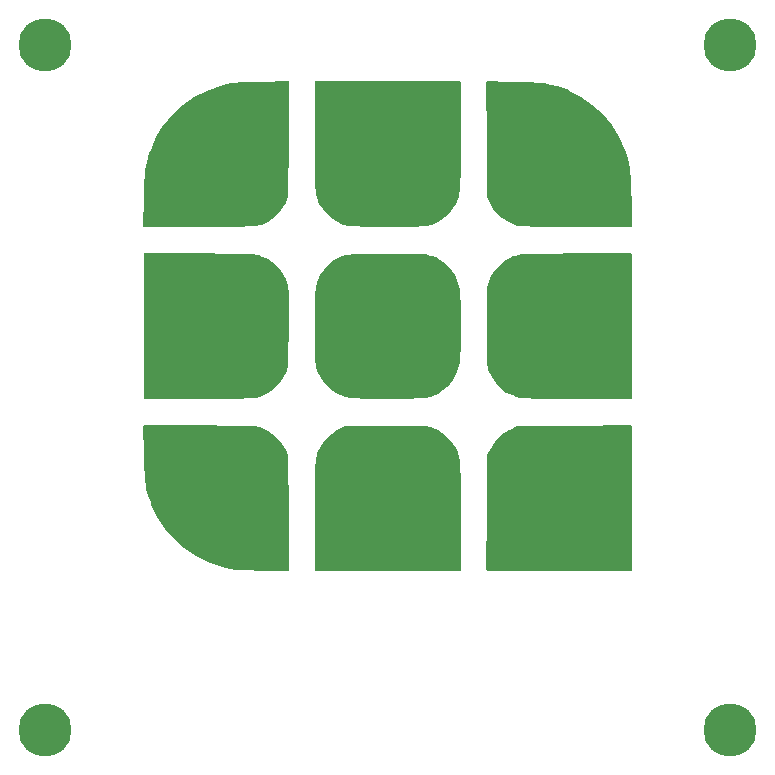
<source format=gbr>
%TF.GenerationSoftware,KiCad,Pcbnew,5.1.6-1.fc32*%
%TF.CreationDate,2020-07-09T20:52:17-05:00*%
%TF.ProjectId,case_plate,63617365-5f70-46c6-9174-652e6b696361,rev?*%
%TF.SameCoordinates,Original*%
%TF.FileFunction,Soldermask,Top*%
%TF.FilePolarity,Negative*%
%FSLAX46Y46*%
G04 Gerber Fmt 4.6, Leading zero omitted, Abs format (unit mm)*
G04 Created by KiCad (PCBNEW 5.1.6-1.fc32) date 2020-07-09 20:52:17*
%MOMM*%
%LPD*%
G01*
G04 APERTURE LIST*
%ADD10C,0.100000*%
%ADD11C,0.800000*%
%ADD12C,4.500000*%
G04 APERTURE END LIST*
D10*
%TO.C,G\u002A\u002A\u002A*%
G36*
X110597165Y-93077028D02*
G01*
X110598142Y-93077105D01*
X110607775Y-93078824D01*
X110608719Y-93079090D01*
X110617905Y-93082690D01*
X110618778Y-93083136D01*
X110627010Y-93088415D01*
X110627779Y-93089022D01*
X110634802Y-93095776D01*
X110635439Y-93096521D01*
X110641080Y-93104615D01*
X110641558Y-93105470D01*
X110645470Y-93114425D01*
X110645773Y-93115358D01*
X110647940Y-93125535D01*
X110648056Y-93126630D01*
X110648333Y-93132142D01*
X110624499Y-97989039D01*
X110600665Y-102845937D01*
X110600400Y-102850844D01*
X110600299Y-102851819D01*
X110597880Y-102862831D01*
X110597468Y-102864037D01*
X110595025Y-102869931D01*
X110364564Y-103338753D01*
X110363429Y-103340925D01*
X110363193Y-103341351D01*
X110361968Y-103343440D01*
X109957300Y-103997086D01*
X109954483Y-104001169D01*
X109953881Y-104001955D01*
X109950679Y-104005733D01*
X109440083Y-104550882D01*
X109436946Y-104553949D01*
X109436295Y-104554532D01*
X109432921Y-104557299D01*
X109055236Y-104840291D01*
X109053714Y-104841387D01*
X109053389Y-104841612D01*
X109051657Y-104842759D01*
X108873291Y-104955577D01*
X108872453Y-104956095D01*
X108872301Y-104956187D01*
X108871621Y-104956591D01*
X108706968Y-105052722D01*
X108705343Y-105053631D01*
X108705014Y-105053807D01*
X108703354Y-105054656D01*
X108537782Y-105135438D01*
X108535433Y-105136509D01*
X108534970Y-105136706D01*
X108532688Y-105137612D01*
X108351565Y-105204378D01*
X108349201Y-105205183D01*
X108348712Y-105205336D01*
X108346180Y-105206055D01*
X108134873Y-105260141D01*
X108132799Y-105260626D01*
X108132382Y-105260714D01*
X108130288Y-105261109D01*
X107874166Y-105303850D01*
X107872555Y-105304092D01*
X107872248Y-105304133D01*
X107870787Y-105304306D01*
X107555216Y-105337038D01*
X107554131Y-105337139D01*
X107553923Y-105337156D01*
X107552931Y-105337227D01*
X107163279Y-105361285D01*
X107162826Y-105361311D01*
X107162693Y-105361318D01*
X107161812Y-105361356D01*
X106683448Y-105378076D01*
X106682905Y-105378092D01*
X106682822Y-105378094D01*
X106682539Y-105378101D01*
X106100829Y-105388817D01*
X106100291Y-105388824D01*
X105400604Y-105394872D01*
X105400308Y-105394873D01*
X105400308Y-105394874D01*
X104568010Y-105397589D01*
X104567872Y-105397589D01*
X103588333Y-105398306D01*
X103588294Y-105398306D01*
X103027607Y-105398334D01*
X98376612Y-105398334D01*
X98371713Y-105398093D01*
X98370738Y-105397997D01*
X98361101Y-105396078D01*
X98360163Y-105395793D01*
X98351143Y-105392057D01*
X98350278Y-105391595D01*
X98342122Y-105386148D01*
X98341365Y-105385527D01*
X98334425Y-105378587D01*
X98333803Y-105377829D01*
X98328363Y-105369689D01*
X98327901Y-105368825D01*
X98324153Y-105359784D01*
X98323868Y-105358846D01*
X98321903Y-105348720D01*
X98321808Y-105347647D01*
X98321622Y-105342268D01*
X98366339Y-103035101D01*
X98366340Y-103035101D01*
X98366342Y-103034947D01*
X98383606Y-102256824D01*
X98383624Y-102256223D01*
X98383623Y-102256223D01*
X98404717Y-101619336D01*
X98404743Y-101618679D01*
X98404748Y-101618571D01*
X98404770Y-101618140D01*
X98433542Y-101094395D01*
X98433593Y-101093595D01*
X98433606Y-101093412D01*
X98433690Y-101092381D01*
X98473991Y-100653681D01*
X98474120Y-100652446D01*
X98474151Y-100652181D01*
X98474335Y-100650774D01*
X98530012Y-100269022D01*
X98530283Y-100267362D01*
X98530340Y-100267046D01*
X98530636Y-100265541D01*
X98605538Y-99912641D01*
X98605885Y-99911122D01*
X98605959Y-99910820D01*
X98606352Y-99909317D01*
X98704330Y-99557174D01*
X98704674Y-99555993D01*
X98704742Y-99555770D01*
X98705074Y-99554722D01*
X98829974Y-99175238D01*
X98830163Y-99174676D01*
X98830201Y-99174565D01*
X98830393Y-99174015D01*
X98937248Y-98873350D01*
X98937893Y-98871636D01*
X98938036Y-98871276D01*
X98938826Y-98869399D01*
X99410957Y-97808877D01*
X99412513Y-97805690D01*
X99412843Y-97805071D01*
X99414584Y-97802063D01*
X100029155Y-96820276D01*
X100031064Y-96817446D01*
X100031463Y-96816896D01*
X100033542Y-96814225D01*
X100777805Y-95922156D01*
X100779984Y-95919712D01*
X100780440Y-95919233D01*
X100782823Y-95916891D01*
X101644029Y-95125521D01*
X101646531Y-95123370D01*
X101647036Y-95122964D01*
X101649581Y-95121048D01*
X102614983Y-94441361D01*
X102617654Y-94439606D01*
X102618201Y-94439271D01*
X102621001Y-94437678D01*
X103677848Y-93880658D01*
X103680695Y-93879271D01*
X103681279Y-93879009D01*
X103684278Y-93877778D01*
X104819824Y-93454406D01*
X104822045Y-93453637D01*
X104822501Y-93453491D01*
X104824841Y-93452804D01*
X105407042Y-93297254D01*
X105409270Y-93296714D01*
X105409700Y-93296620D01*
X105411768Y-93296213D01*
X105683447Y-93248723D01*
X105685147Y-93248456D01*
X105685491Y-93248408D01*
X105687226Y-93248196D01*
X106069176Y-93208453D01*
X106069964Y-93208378D01*
X106070157Y-93208361D01*
X106071306Y-93208273D01*
X106577272Y-93175441D01*
X106577927Y-93175403D01*
X106578043Y-93175397D01*
X106578550Y-93175373D01*
X107222279Y-93148617D01*
X107222986Y-93148593D01*
X107223059Y-93148591D01*
X107223076Y-93148590D01*
X108018313Y-93127077D01*
X108018313Y-93127078D01*
X108018667Y-93127069D01*
X108282367Y-93121638D01*
X108282434Y-93121637D01*
X108282434Y-93121636D01*
X110592268Y-93076882D01*
X110597165Y-93077028D01*
G37*
G36*
X125155565Y-93096575D02*
G01*
X125156540Y-93096671D01*
X125166177Y-93098590D01*
X125167115Y-93098875D01*
X125176135Y-93102611D01*
X125177000Y-93103073D01*
X125185131Y-93108500D01*
X125185889Y-93109121D01*
X125192879Y-93116111D01*
X125193500Y-93116869D01*
X125198927Y-93125000D01*
X125199389Y-93125865D01*
X125203125Y-93134885D01*
X125203410Y-93135823D01*
X125205330Y-93145470D01*
X125205426Y-93146447D01*
X125205666Y-93151353D01*
X125204196Y-97575186D01*
X125204196Y-97575228D01*
X125203022Y-98642415D01*
X125203022Y-98642562D01*
X125199581Y-99555127D01*
X125199580Y-99555127D01*
X125199579Y-99555398D01*
X125192851Y-100328047D01*
X125192843Y-100328505D01*
X125192845Y-100328505D01*
X125181808Y-100975945D01*
X125181807Y-100975945D01*
X125181791Y-100976683D01*
X125165423Y-101513620D01*
X125165389Y-101514475D01*
X125165384Y-101514580D01*
X125165375Y-101514774D01*
X125142654Y-101955915D01*
X125142621Y-101956481D01*
X125142611Y-101956640D01*
X125142536Y-101957667D01*
X125112440Y-102317718D01*
X125112331Y-102318865D01*
X125112306Y-102319099D01*
X125112165Y-102320285D01*
X125073674Y-102613954D01*
X125073430Y-102615601D01*
X125073377Y-102615922D01*
X125073093Y-102617488D01*
X125025183Y-102859480D01*
X125024741Y-102861493D01*
X125024645Y-102861891D01*
X125024129Y-102863853D01*
X124965781Y-103068874D01*
X124965137Y-103070965D01*
X124964999Y-103071380D01*
X124964261Y-103073445D01*
X124894451Y-103256204D01*
X124893776Y-103257879D01*
X124893631Y-103258221D01*
X124892854Y-103259961D01*
X124810561Y-103435162D01*
X124810088Y-103436142D01*
X124810016Y-103436287D01*
X124809777Y-103436762D01*
X124790022Y-103475507D01*
X124788630Y-103478052D01*
X124788335Y-103478556D01*
X124786777Y-103481047D01*
X124390490Y-104075075D01*
X124387456Y-104079157D01*
X124386808Y-104079942D01*
X124383361Y-104083708D01*
X123860216Y-104599763D01*
X123856635Y-104602971D01*
X123855888Y-104603578D01*
X123851996Y-104606440D01*
X123237705Y-105013935D01*
X123233947Y-105016197D01*
X123233180Y-105016614D01*
X123229264Y-105018526D01*
X122744942Y-105229477D01*
X122742575Y-105230438D01*
X122742091Y-105230620D01*
X122739620Y-105231476D01*
X122607142Y-105273529D01*
X122605463Y-105274029D01*
X122605130Y-105274122D01*
X122603481Y-105274553D01*
X122462785Y-105308721D01*
X122460890Y-105309142D01*
X122460509Y-105309219D01*
X122458594Y-105309567D01*
X122291492Y-105336617D01*
X122289860Y-105336854D01*
X122289548Y-105336894D01*
X122288056Y-105337063D01*
X122076361Y-105357764D01*
X122075258Y-105357859D01*
X122075046Y-105357875D01*
X122074033Y-105357941D01*
X121799556Y-105373061D01*
X121799111Y-105373084D01*
X121798981Y-105373090D01*
X121798125Y-105373122D01*
X121442680Y-105383427D01*
X121442546Y-105383431D01*
X121442470Y-105383433D01*
X121441843Y-105383445D01*
X120987241Y-105389705D01*
X120986771Y-105389708D01*
X120986771Y-105389709D01*
X120414825Y-105392690D01*
X120414574Y-105392691D01*
X119707097Y-105393162D01*
X119706984Y-105393162D01*
X118977835Y-105392147D01*
X118977768Y-105392147D01*
X118135980Y-105389945D01*
X118135835Y-105389944D01*
X117445436Y-105386306D01*
X117445146Y-105386304D01*
X116888191Y-105380443D01*
X116887653Y-105380435D01*
X116887606Y-105380434D01*
X116446212Y-105371561D01*
X116446027Y-105371557D01*
X116445943Y-105371555D01*
X116445291Y-105371535D01*
X116101394Y-105358858D01*
X116100424Y-105358813D01*
X116100282Y-105358805D01*
X116099834Y-105358778D01*
X115835550Y-105341511D01*
X115834460Y-105341427D01*
X115834231Y-105341407D01*
X115833027Y-105341288D01*
X115630414Y-105318640D01*
X115628774Y-105318429D01*
X115628437Y-105318380D01*
X115626708Y-105318097D01*
X115467819Y-105289279D01*
X115465806Y-105288871D01*
X115465400Y-105288780D01*
X115463358Y-105288277D01*
X115330252Y-105252501D01*
X115328652Y-105252043D01*
X115328360Y-105251954D01*
X115327034Y-105251529D01*
X115251466Y-105226176D01*
X115248515Y-105225082D01*
X115247928Y-105224843D01*
X115245016Y-105223547D01*
X114606498Y-104914772D01*
X114602224Y-104912442D01*
X114601393Y-104911935D01*
X114597352Y-104909190D01*
X114014883Y-104470470D01*
X114011286Y-104467488D01*
X114010598Y-104466861D01*
X114007316Y-104463578D01*
X113520787Y-103929543D01*
X113517952Y-103926140D01*
X113517415Y-103925434D01*
X113514879Y-103921772D01*
X113237076Y-103479793D01*
X113235679Y-103477428D01*
X113235414Y-103476950D01*
X113234159Y-103474534D01*
X113149001Y-103299026D01*
X113148294Y-103297506D01*
X113148154Y-103297191D01*
X113147467Y-103295567D01*
X113075016Y-103115717D01*
X113074257Y-103113711D01*
X113074113Y-103113304D01*
X113073432Y-103111236D01*
X113012665Y-102912337D01*
X113012090Y-102910301D01*
X113011984Y-102909893D01*
X113011498Y-102907847D01*
X112961393Y-102675194D01*
X112961053Y-102673472D01*
X112960992Y-102673131D01*
X112960721Y-102671449D01*
X112920258Y-102390335D01*
X112920101Y-102389146D01*
X112920071Y-102388895D01*
X112919931Y-102387566D01*
X112888087Y-102043283D01*
X112888013Y-102042403D01*
X112888000Y-102042229D01*
X112887943Y-102041371D01*
X112863697Y-101619214D01*
X112863662Y-101618519D01*
X112863657Y-101618404D01*
X112863639Y-101617947D01*
X112845969Y-101103210D01*
X112845958Y-101102828D01*
X112845956Y-101102753D01*
X112845947Y-101102394D01*
X112833832Y-100480368D01*
X112833833Y-100480368D01*
X112833825Y-100479858D01*
X112826242Y-99735839D01*
X112826239Y-99735329D01*
X112826239Y-99735301D01*
X112822168Y-98854812D01*
X112822167Y-98854581D01*
X112822167Y-98854566D01*
X112820585Y-97822516D01*
X112820585Y-97822433D01*
X112820470Y-97575192D01*
X112820470Y-97575186D01*
X112819000Y-93151353D01*
X112819241Y-93146437D01*
X112819337Y-93145462D01*
X112821241Y-93135872D01*
X112821525Y-93134934D01*
X112825255Y-93125907D01*
X112825716Y-93125042D01*
X112831189Y-93116841D01*
X112831811Y-93116083D01*
X112838721Y-93109168D01*
X112839478Y-93108546D01*
X112847603Y-93103107D01*
X112848467Y-93102644D01*
X112857595Y-93098860D01*
X112858533Y-93098576D01*
X112868087Y-93096675D01*
X112869065Y-93096578D01*
X112874000Y-93096334D01*
X125150666Y-93096334D01*
X125155565Y-93096575D01*
G37*
G36*
X129317925Y-93098948D02*
G01*
X129318373Y-93098950D01*
X130253626Y-93107861D01*
X130254400Y-93107875D01*
X130254520Y-93107878D01*
X130254953Y-93107890D01*
X131049405Y-93134639D01*
X131050364Y-93134681D01*
X131050553Y-93134691D01*
X131051483Y-93134749D01*
X131733118Y-93183576D01*
X131734374Y-93183682D01*
X131734642Y-93183708D01*
X131736060Y-93183866D01*
X132332862Y-93259009D01*
X132334550Y-93259250D01*
X132334886Y-93259304D01*
X132336558Y-93259602D01*
X132876511Y-93365304D01*
X132878402Y-93365713D01*
X132878766Y-93365799D01*
X132880522Y-93366248D01*
X133391611Y-93506747D01*
X133393182Y-93507206D01*
X133393517Y-93507310D01*
X133395290Y-93507897D01*
X133905500Y-93687434D01*
X133906744Y-93687891D01*
X133906977Y-93687980D01*
X133908063Y-93688409D01*
X134323554Y-93858333D01*
X134325609Y-93859227D01*
X134326007Y-93859411D01*
X134327938Y-93860355D01*
X135369588Y-94397421D01*
X135372561Y-94399084D01*
X135373146Y-94399438D01*
X135376018Y-94401314D01*
X136337420Y-95077281D01*
X136340072Y-95079280D01*
X136340586Y-95079695D01*
X136343076Y-95081845D01*
X137208287Y-95879896D01*
X137210612Y-95882185D01*
X137211062Y-95882658D01*
X137213242Y-95885105D01*
X137966323Y-96788427D01*
X137968348Y-96791026D01*
X137968738Y-96791562D01*
X137970609Y-96794322D01*
X138595617Y-97786098D01*
X138597333Y-97789038D01*
X138597659Y-97789643D01*
X138599199Y-97792755D01*
X139080193Y-98856170D01*
X139080926Y-98857876D01*
X139081064Y-98858214D01*
X139081712Y-98859885D01*
X139091857Y-98887524D01*
X139092070Y-98888117D01*
X139237018Y-99297453D01*
X139237230Y-99298064D01*
X139237284Y-99298223D01*
X139237605Y-99299201D01*
X139353243Y-99664208D01*
X139353640Y-99665524D01*
X139353714Y-99665782D01*
X139354060Y-99667050D01*
X139444190Y-100015613D01*
X139444580Y-100017235D01*
X139444651Y-100017553D01*
X139444974Y-100019112D01*
X139513399Y-100379115D01*
X139513674Y-100380703D01*
X139513722Y-100381009D01*
X139513931Y-100382481D01*
X139564453Y-100781812D01*
X139564577Y-100782886D01*
X139564602Y-100783125D01*
X139564721Y-100784436D01*
X139601142Y-101250978D01*
X139601193Y-101251691D01*
X139601203Y-101251848D01*
X139601250Y-101252703D01*
X139627372Y-101814342D01*
X139627398Y-101814981D01*
X139627401Y-101815070D01*
X139627408Y-101815321D01*
X139647035Y-102499943D01*
X139647039Y-102500061D01*
X139647040Y-102500099D01*
X139647046Y-102500359D01*
X139658325Y-103035007D01*
X139658326Y-103035101D01*
X139658327Y-103035101D01*
X139703044Y-105342268D01*
X139702898Y-105347165D01*
X139702821Y-105348142D01*
X139701102Y-105357775D01*
X139700836Y-105358719D01*
X139697236Y-105367905D01*
X139696790Y-105368778D01*
X139691511Y-105377010D01*
X139690904Y-105377779D01*
X139684150Y-105384802D01*
X139683405Y-105385439D01*
X139675311Y-105391080D01*
X139674456Y-105391558D01*
X139665501Y-105395470D01*
X139664568Y-105395773D01*
X139654498Y-105397928D01*
X139653425Y-105398044D01*
X139648022Y-105398334D01*
X134960495Y-105395569D01*
X134960473Y-105395569D01*
X133938752Y-105394568D01*
X133938681Y-105394568D01*
X133072029Y-105392588D01*
X133071898Y-105392587D01*
X132346267Y-105389212D01*
X132346265Y-105389212D01*
X132345832Y-105389210D01*
X131746530Y-105384021D01*
X131746168Y-105384014D01*
X131746168Y-105384016D01*
X131259146Y-105376596D01*
X131258965Y-105376593D01*
X131258912Y-105376592D01*
X131258561Y-105376584D01*
X130869557Y-105366517D01*
X130869108Y-105366504D01*
X130869022Y-105366501D01*
X130868616Y-105366485D01*
X130563365Y-105353353D01*
X130562944Y-105353333D01*
X130562808Y-105353326D01*
X130561863Y-105353268D01*
X130326104Y-105336654D01*
X130324945Y-105336559D01*
X130324732Y-105336539D01*
X130323761Y-105336438D01*
X130143229Y-105315925D01*
X130141736Y-105315733D01*
X130141424Y-105315688D01*
X130139804Y-105315427D01*
X130000238Y-105290597D01*
X129998255Y-105290203D01*
X129997864Y-105290117D01*
X129995935Y-105289652D01*
X129883071Y-105260088D01*
X129881542Y-105259662D01*
X129881255Y-105259577D01*
X129879911Y-105259158D01*
X129831464Y-105243313D01*
X129828854Y-105242378D01*
X129828333Y-105242175D01*
X129825732Y-105241076D01*
X129094727Y-104907570D01*
X129090051Y-104905131D01*
X129089147Y-104904597D01*
X129084784Y-104901702D01*
X128471203Y-104446460D01*
X128466953Y-104442925D01*
X128466143Y-104442172D01*
X128462295Y-104438175D01*
X127963642Y-103859010D01*
X127960828Y-103855423D01*
X127960298Y-103854680D01*
X127957813Y-103850835D01*
X127665425Y-103349541D01*
X127664587Y-103348047D01*
X127664418Y-103347733D01*
X127663569Y-103346083D01*
X127429635Y-102869919D01*
X127427691Y-102865417D01*
X127427347Y-102864499D01*
X127424605Y-102853552D01*
X127424437Y-102852290D01*
X127424001Y-102845938D01*
X127400183Y-97998771D01*
X127376365Y-93151605D01*
X127376580Y-93146717D01*
X127376671Y-93145741D01*
X127378536Y-93136109D01*
X127378816Y-93135169D01*
X127382536Y-93126067D01*
X127382994Y-93125201D01*
X127388380Y-93117057D01*
X127388998Y-93116296D01*
X127395897Y-93109326D01*
X127396652Y-93108700D01*
X127404788Y-93103206D01*
X127405650Y-93102740D01*
X127414677Y-93098949D01*
X127415613Y-93098660D01*
X127425374Y-93096685D01*
X127426381Y-93096584D01*
X127431440Y-93096334D01*
X129317925Y-93098948D01*
G37*
G36*
X139633559Y-107659240D02*
G01*
X139634535Y-107659336D01*
X139644130Y-107661241D01*
X139645068Y-107661525D01*
X139654156Y-107665288D01*
X139655020Y-107665750D01*
X139663160Y-107671190D01*
X139663918Y-107671812D01*
X139670853Y-107678747D01*
X139671475Y-107679505D01*
X139676915Y-107687645D01*
X139677377Y-107688509D01*
X139681125Y-107697550D01*
X139681410Y-107698488D01*
X139683330Y-107708130D01*
X139683426Y-107709106D01*
X139683666Y-107714000D01*
X139683666Y-119906000D01*
X139683425Y-119910899D01*
X139683329Y-119911874D01*
X139681410Y-119921511D01*
X139681125Y-119922449D01*
X139677389Y-119931469D01*
X139676927Y-119932334D01*
X139671500Y-119940465D01*
X139670879Y-119941223D01*
X139663889Y-119948213D01*
X139663131Y-119948834D01*
X139655000Y-119954261D01*
X139654135Y-119954723D01*
X139645115Y-119958459D01*
X139644177Y-119958744D01*
X139634530Y-119960664D01*
X139633553Y-119960760D01*
X139628640Y-119961000D01*
X134993140Y-119958814D01*
X134993134Y-119958814D01*
X133989471Y-119958213D01*
X133989428Y-119958213D01*
X133140260Y-119957064D01*
X133140161Y-119957064D01*
X132430653Y-119954816D01*
X132430461Y-119954815D01*
X131845776Y-119950916D01*
X131845776Y-119950915D01*
X131845435Y-119950913D01*
X131370734Y-119944810D01*
X131370434Y-119944805D01*
X131370381Y-119944804D01*
X131370158Y-119944799D01*
X130990605Y-119935942D01*
X130990028Y-119935926D01*
X130989942Y-119935923D01*
X130989654Y-119935912D01*
X130690413Y-119923749D01*
X130689571Y-119923707D01*
X130689432Y-119923699D01*
X130688886Y-119923665D01*
X130455119Y-119907642D01*
X130454075Y-119907559D01*
X130453863Y-119907540D01*
X130452782Y-119907432D01*
X130269651Y-119886999D01*
X130268147Y-119886808D01*
X130267852Y-119886766D01*
X130266407Y-119886538D01*
X130119077Y-119861142D01*
X130117459Y-119860836D01*
X130117120Y-119860766D01*
X130115351Y-119860367D01*
X129988983Y-119829457D01*
X129987534Y-119829080D01*
X129987252Y-119829002D01*
X129985884Y-119828602D01*
X129865643Y-119791625D01*
X129865101Y-119791455D01*
X129864976Y-119791415D01*
X129864267Y-119791182D01*
X129779491Y-119762652D01*
X129777070Y-119761767D01*
X129776589Y-119761577D01*
X129774200Y-119760561D01*
X129071207Y-119439756D01*
X129066335Y-119437200D01*
X129065397Y-119436640D01*
X129060883Y-119433600D01*
X128470839Y-118987728D01*
X128466521Y-118984064D01*
X128465700Y-118983283D01*
X128461814Y-118979140D01*
X127981765Y-118405373D01*
X127978629Y-118401200D01*
X127978045Y-118400332D01*
X127975341Y-118395818D01*
X127602331Y-117691327D01*
X127601264Y-117689189D01*
X127601062Y-117688759D01*
X127600110Y-117686603D01*
X127592989Y-117669379D01*
X127592772Y-117668846D01*
X127592754Y-117668801D01*
X127592755Y-117668801D01*
X127541783Y-117542034D01*
X127541348Y-117540915D01*
X127541263Y-117540688D01*
X127540849Y-117539539D01*
X127499189Y-117419429D01*
X127498537Y-117417411D01*
X127498414Y-117417001D01*
X127497838Y-117414919D01*
X127464575Y-117283688D01*
X127464066Y-117281470D01*
X127463977Y-117281037D01*
X127463589Y-117278922D01*
X127437780Y-117118706D01*
X127437542Y-117117048D01*
X127437500Y-117116717D01*
X127437318Y-117115064D01*
X127418015Y-116907999D01*
X127417941Y-116907121D01*
X127417925Y-116906909D01*
X127417847Y-116905670D01*
X127404108Y-116633895D01*
X127404070Y-116632996D01*
X127404066Y-116632873D01*
X127404057Y-116632535D01*
X127394934Y-116278186D01*
X127394919Y-116277429D01*
X127389467Y-115822643D01*
X127389463Y-115822044D01*
X127389463Y-115822008D01*
X127386739Y-115249160D01*
X127386738Y-115248922D01*
X127386738Y-115248905D01*
X127385794Y-114539723D01*
X127385794Y-114539650D01*
X127385685Y-113810008D01*
X127385685Y-113809989D01*
X127385856Y-112969845D01*
X127385856Y-112969765D01*
X127386997Y-112281092D01*
X127386998Y-112280880D01*
X127390055Y-111725814D01*
X127390056Y-111725814D01*
X127390059Y-111725376D01*
X127395978Y-111286054D01*
X127395991Y-111285395D01*
X127395993Y-111285320D01*
X127395995Y-111285229D01*
X127405720Y-110943788D01*
X127405750Y-110942975D01*
X127405756Y-110942841D01*
X127405783Y-110942313D01*
X127420261Y-110680891D01*
X127420322Y-110679938D01*
X127420339Y-110679710D01*
X127420455Y-110678391D01*
X127440630Y-110479124D01*
X127440842Y-110477348D01*
X127440890Y-110476999D01*
X127441156Y-110475286D01*
X127467974Y-110320312D01*
X127468414Y-110318074D01*
X127468511Y-110317634D01*
X127469039Y-110315470D01*
X127503445Y-110186925D01*
X127504004Y-110184995D01*
X127504126Y-110184603D01*
X127504791Y-110182613D01*
X127547731Y-110062634D01*
X127548133Y-110061550D01*
X127548206Y-110061360D01*
X127548528Y-110060544D01*
X127592830Y-109951011D01*
X127593480Y-109949479D01*
X127593622Y-109949159D01*
X127594398Y-109947493D01*
X127883019Y-109356650D01*
X127885091Y-109352837D01*
X127885537Y-109352095D01*
X127887924Y-109348487D01*
X128231179Y-108875501D01*
X128234236Y-108871695D01*
X128234878Y-108870971D01*
X128238235Y-108867532D01*
X128674560Y-108461706D01*
X128676416Y-108460065D01*
X128676795Y-108459746D01*
X128678728Y-108458199D01*
X128787295Y-108375644D01*
X128787396Y-108375567D01*
X128787474Y-108375508D01*
X128788162Y-108374997D01*
X128985625Y-108230888D01*
X128986427Y-108230314D01*
X128986567Y-108230216D01*
X128987156Y-108229811D01*
X129168348Y-108106800D01*
X129169907Y-108105782D01*
X129170217Y-108105588D01*
X129171762Y-108104660D01*
X129351367Y-108001077D01*
X129353679Y-107999823D01*
X129354143Y-107999587D01*
X129356468Y-107998479D01*
X129549168Y-107912654D01*
X129551741Y-107911593D01*
X129552267Y-107911393D01*
X129554959Y-107910457D01*
X129775438Y-107840721D01*
X129777796Y-107840038D01*
X129778275Y-107839912D01*
X129780701Y-107839338D01*
X130043642Y-107784021D01*
X130045543Y-107783659D01*
X130045913Y-107783596D01*
X130047714Y-107783323D01*
X130367800Y-107740754D01*
X130369018Y-107740608D01*
X130369277Y-107740580D01*
X130370646Y-107740451D01*
X130762560Y-107708961D01*
X130763317Y-107708906D01*
X130763486Y-107708895D01*
X130764429Y-107708842D01*
X131242854Y-107686761D01*
X131243758Y-107686728D01*
X131243865Y-107686725D01*
X131244029Y-107686720D01*
X131823648Y-107672378D01*
X131823648Y-107672380D01*
X131824355Y-107672365D01*
X132519852Y-107664093D01*
X132520249Y-107664090D01*
X132520412Y-107664089D01*
X132520462Y-107664089D01*
X133346306Y-107660216D01*
X133346498Y-107660215D01*
X134317798Y-107659071D01*
X134317857Y-107659071D01*
X135023245Y-107659000D01*
X139628665Y-107659000D01*
X139633559Y-107659240D01*
G37*
G36*
X104005953Y-107659258D02*
G01*
X104006010Y-107659258D01*
X104856127Y-107660360D01*
X104856245Y-107660360D01*
X105566877Y-107662799D01*
X105567088Y-107662800D01*
X106153161Y-107667068D01*
X106153161Y-107667069D01*
X106153522Y-107667072D01*
X106629959Y-107673662D01*
X106630553Y-107673677D01*
X106630553Y-107673674D01*
X107012224Y-107683078D01*
X107012284Y-107683079D01*
X107013238Y-107683110D01*
X107315178Y-107695823D01*
X107315990Y-107695864D01*
X107316127Y-107695872D01*
X107316686Y-107695908D01*
X107553765Y-107712422D01*
X107554905Y-107712514D01*
X107555110Y-107712533D01*
X107556021Y-107712626D01*
X107743162Y-107733432D01*
X107744433Y-107733590D01*
X107744710Y-107733628D01*
X107746209Y-107733857D01*
X107898338Y-107759449D01*
X107899879Y-107759733D01*
X107900188Y-107759795D01*
X107901735Y-107760131D01*
X108033774Y-107791002D01*
X108035020Y-107791310D01*
X108035269Y-107791375D01*
X108036513Y-107791717D01*
X108163389Y-107828358D01*
X108164141Y-107828582D01*
X108164226Y-107828608D01*
X108164319Y-107828636D01*
X108174186Y-107831675D01*
X108176774Y-107832551D01*
X108177289Y-107832741D01*
X108179856Y-107833769D01*
X108871673Y-108133424D01*
X108876558Y-108135865D01*
X108877509Y-108136407D01*
X108882131Y-108139390D01*
X109485152Y-108577309D01*
X109489346Y-108580714D01*
X109490145Y-108581438D01*
X109493941Y-108585271D01*
X109993856Y-109147647D01*
X109997124Y-109151736D01*
X109997734Y-109152587D01*
X110000566Y-109157012D01*
X110383061Y-109830035D01*
X110384585Y-109832934D01*
X110384869Y-109833520D01*
X110386187Y-109836480D01*
X110471677Y-110046564D01*
X110472110Y-110047664D01*
X110472192Y-110047880D01*
X110472579Y-110048936D01*
X110516184Y-110172075D01*
X110516700Y-110173611D01*
X110516797Y-110173916D01*
X110517254Y-110175434D01*
X110552735Y-110300604D01*
X110553259Y-110302611D01*
X110553358Y-110303025D01*
X110553818Y-110305152D01*
X110581860Y-110450023D01*
X110582188Y-110451912D01*
X110582245Y-110452282D01*
X110582490Y-110454094D01*
X110603778Y-110636335D01*
X110603904Y-110637540D01*
X110603928Y-110637800D01*
X110604037Y-110639196D01*
X110619255Y-110876478D01*
X110619311Y-110877506D01*
X110619318Y-110877667D01*
X110619340Y-110878254D01*
X110629173Y-111188244D01*
X110629173Y-111188251D01*
X110629176Y-111188346D01*
X110629197Y-111189283D01*
X110634331Y-111589653D01*
X110634335Y-111590294D01*
X110634335Y-111590347D01*
X110635454Y-112098654D01*
X110635454Y-112098966D01*
X110633243Y-112733102D01*
X110633242Y-112733102D01*
X110633242Y-112733254D01*
X110628386Y-113510776D01*
X110628386Y-113510826D01*
X110625399Y-113928935D01*
X110625399Y-113928958D01*
X110618989Y-114777015D01*
X110618988Y-114777015D01*
X110618988Y-114777101D01*
X110612639Y-115473241D01*
X110612638Y-115473241D01*
X110612637Y-115473453D01*
X110605350Y-116035090D01*
X110605338Y-116035723D01*
X110605337Y-116035762D01*
X110596117Y-116480064D01*
X110596109Y-116480415D01*
X110596107Y-116480487D01*
X110596095Y-116480861D01*
X110583932Y-116825734D01*
X110583910Y-116826277D01*
X110583904Y-116826407D01*
X110583863Y-116827162D01*
X110567763Y-117089772D01*
X110567676Y-117090957D01*
X110567657Y-117091180D01*
X110567558Y-117092224D01*
X110546522Y-117289985D01*
X110546291Y-117291826D01*
X110546240Y-117292180D01*
X110545965Y-117293880D01*
X110518992Y-117444207D01*
X110518523Y-117446507D01*
X110518415Y-117446980D01*
X110517795Y-117449414D01*
X110483887Y-117569720D01*
X110483186Y-117571999D01*
X110483034Y-117572454D01*
X110482216Y-117574719D01*
X110440372Y-117682417D01*
X110439844Y-117683721D01*
X110439745Y-117683956D01*
X110439290Y-117685003D01*
X110401396Y-117769505D01*
X110400318Y-117771757D01*
X110400085Y-117772214D01*
X110398826Y-117774529D01*
X109994418Y-118474027D01*
X109991613Y-118478349D01*
X109991012Y-118479178D01*
X109987808Y-118483153D01*
X109478977Y-119052346D01*
X109475078Y-119056251D01*
X109474256Y-119056988D01*
X109469935Y-119060450D01*
X108861621Y-119494860D01*
X108857014Y-119497784D01*
X108856065Y-119498316D01*
X108851184Y-119500713D01*
X108179522Y-119786374D01*
X108176802Y-119787439D01*
X108176246Y-119787638D01*
X108173408Y-119788559D01*
X108046314Y-119825660D01*
X108044998Y-119826025D01*
X108044758Y-119826088D01*
X108043670Y-119826360D01*
X107912548Y-119857653D01*
X107911113Y-119857973D01*
X107910805Y-119858037D01*
X107909161Y-119858350D01*
X107759086Y-119884326D01*
X107757580Y-119884563D01*
X107757298Y-119884603D01*
X107755988Y-119884772D01*
X107572036Y-119905926D01*
X107571042Y-119906030D01*
X107570831Y-119906050D01*
X107569717Y-119906143D01*
X107336964Y-119922965D01*
X107336192Y-119923015D01*
X107336051Y-119923023D01*
X107335407Y-119923055D01*
X107038927Y-119936040D01*
X107038386Y-119936061D01*
X107038295Y-119936064D01*
X107037932Y-119936074D01*
X106662802Y-119945714D01*
X106662411Y-119945723D01*
X106662355Y-119945724D01*
X106662186Y-119945727D01*
X106193481Y-119952514D01*
X106193481Y-119952512D01*
X106193107Y-119952519D01*
X105615902Y-119956947D01*
X105615681Y-119956948D01*
X104915052Y-119959508D01*
X104914929Y-119959508D01*
X104075953Y-119960694D01*
X104075892Y-119960694D01*
X103083642Y-119960999D01*
X103083625Y-119960999D01*
X103001414Y-119961000D01*
X98396000Y-119961000D01*
X98391101Y-119960759D01*
X98390126Y-119960663D01*
X98380489Y-119958744D01*
X98379551Y-119958459D01*
X98370531Y-119954723D01*
X98369666Y-119954261D01*
X98361510Y-119948814D01*
X98360753Y-119948193D01*
X98353813Y-119941253D01*
X98353191Y-119940495D01*
X98347739Y-119932334D01*
X98347277Y-119931469D01*
X98343545Y-119922463D01*
X98343260Y-119921526D01*
X98341336Y-119911870D01*
X98341240Y-119910894D01*
X98341000Y-119906000D01*
X98341000Y-107714000D01*
X98341241Y-107709101D01*
X98341337Y-107708126D01*
X98343256Y-107698489D01*
X98343541Y-107697551D01*
X98347277Y-107688531D01*
X98347739Y-107687666D01*
X98353166Y-107679535D01*
X98353787Y-107678777D01*
X98360777Y-107671787D01*
X98361535Y-107671166D01*
X98369666Y-107665739D01*
X98370531Y-107665277D01*
X98379551Y-107661541D01*
X98380489Y-107661256D01*
X98390126Y-107659337D01*
X98391101Y-107659241D01*
X98396000Y-107659000D01*
X103001428Y-107659000D01*
X104005953Y-107659258D01*
G37*
G36*
X104097004Y-122222122D02*
G01*
X104097082Y-122222122D01*
X104968636Y-122223747D01*
X104968774Y-122223747D01*
X105699256Y-122226930D01*
X105699256Y-122226931D01*
X105699483Y-122226932D01*
X106303020Y-122232060D01*
X106303389Y-122232067D01*
X106303389Y-122232065D01*
X106794113Y-122239526D01*
X106794279Y-122239529D01*
X106794333Y-122239530D01*
X106794705Y-122239538D01*
X107186743Y-122249720D01*
X107187188Y-122249733D01*
X107187274Y-122249736D01*
X107187690Y-122249753D01*
X107495172Y-122263044D01*
X107495564Y-122263062D01*
X107495701Y-122263069D01*
X107496682Y-122263129D01*
X107733738Y-122279917D01*
X107734837Y-122280007D01*
X107735052Y-122280027D01*
X107736102Y-122280136D01*
X107916860Y-122300808D01*
X107918490Y-122301021D01*
X107918808Y-122301068D01*
X107920354Y-122301322D01*
X108058944Y-122326267D01*
X108060997Y-122326681D01*
X108061404Y-122326772D01*
X108063428Y-122327269D01*
X108173980Y-122356874D01*
X108175295Y-122357245D01*
X108175554Y-122357322D01*
X108176825Y-122357719D01*
X108198156Y-122364684D01*
X108200846Y-122365648D01*
X108201383Y-122365858D01*
X108204064Y-122366997D01*
X108909061Y-122691206D01*
X108913791Y-122693696D01*
X108914706Y-122694242D01*
X108919130Y-122697212D01*
X109534390Y-123159730D01*
X109538420Y-123163106D01*
X109539191Y-123163824D01*
X109542866Y-123167628D01*
X110052468Y-123754365D01*
X110055293Y-123757934D01*
X110055823Y-123758670D01*
X110058298Y-123762458D01*
X110362560Y-124277538D01*
X110363504Y-124279209D01*
X110363686Y-124279546D01*
X110364564Y-124281247D01*
X110595025Y-124750070D01*
X110596974Y-124754583D01*
X110597318Y-124755501D01*
X110600055Y-124766415D01*
X110600224Y-124767678D01*
X110600665Y-124774063D01*
X110624483Y-129621229D01*
X110648300Y-134468396D01*
X110648085Y-134473284D01*
X110647994Y-134474260D01*
X110646129Y-134483892D01*
X110645849Y-134484832D01*
X110642129Y-134493934D01*
X110641671Y-134494800D01*
X110636285Y-134502944D01*
X110635667Y-134503705D01*
X110628768Y-134510675D01*
X110628013Y-134511301D01*
X110619877Y-134516795D01*
X110619015Y-134517261D01*
X110609988Y-134521052D01*
X110609052Y-134521341D01*
X110599195Y-134523326D01*
X110598168Y-134523427D01*
X110593002Y-134523666D01*
X108621851Y-134512930D01*
X108621587Y-134512928D01*
X108024739Y-134506817D01*
X108024234Y-134506809D01*
X108024234Y-134506810D01*
X107451857Y-134495687D01*
X107451759Y-134495685D01*
X107451314Y-134495674D01*
X106936057Y-134480574D01*
X106936008Y-134480572D01*
X106935942Y-134480570D01*
X106935338Y-134480548D01*
X106509850Y-134462509D01*
X106508956Y-134462463D01*
X106508840Y-134462456D01*
X106508569Y-134462439D01*
X106205499Y-134442498D01*
X106204483Y-134442421D01*
X106204286Y-134442404D01*
X106203335Y-134442313D01*
X106117664Y-134433267D01*
X106115392Y-134432974D01*
X106114932Y-134432904D01*
X106112606Y-134432493D01*
X104949935Y-134198907D01*
X104946615Y-134198122D01*
X104945963Y-134197944D01*
X104942758Y-134196952D01*
X103831051Y-133811671D01*
X103827994Y-133810498D01*
X103827387Y-133810242D01*
X103824375Y-133808853D01*
X102778047Y-133283314D01*
X102775185Y-133281757D01*
X102774626Y-133281429D01*
X102771899Y-133279709D01*
X101805362Y-132625350D01*
X101802777Y-132623476D01*
X101802267Y-132623081D01*
X101799753Y-132621000D01*
X100927420Y-131849259D01*
X100925042Y-131847012D01*
X100924583Y-131846549D01*
X100922372Y-131844168D01*
X100158656Y-130966481D01*
X100156547Y-130963888D01*
X100156144Y-130963357D01*
X100154223Y-130960642D01*
X99513538Y-129988446D01*
X99511741Y-129985505D01*
X99511403Y-129984906D01*
X99509818Y-129981856D01*
X99006577Y-128926590D01*
X99005713Y-128924676D01*
X99005551Y-128924296D01*
X99004791Y-128922408D01*
X98933011Y-128733016D01*
X98932857Y-128732602D01*
X98932819Y-128732499D01*
X98932596Y-128731883D01*
X98787648Y-128322547D01*
X98787436Y-128321936D01*
X98787382Y-128321777D01*
X98787061Y-128320799D01*
X98671423Y-127955792D01*
X98671026Y-127954476D01*
X98670952Y-127954218D01*
X98670606Y-127952950D01*
X98580476Y-127604388D01*
X98580086Y-127602766D01*
X98580015Y-127602448D01*
X98579692Y-127600889D01*
X98511267Y-127240885D01*
X98510992Y-127239297D01*
X98510944Y-127238991D01*
X98510735Y-127237519D01*
X98460213Y-126838189D01*
X98460089Y-126837115D01*
X98460064Y-126836876D01*
X98459945Y-126835565D01*
X98423524Y-126369023D01*
X98423473Y-126368310D01*
X98423463Y-126368153D01*
X98423416Y-126367298D01*
X98397293Y-125805658D01*
X98397267Y-125805019D01*
X98397264Y-125804930D01*
X98397257Y-125804679D01*
X98377631Y-125120057D01*
X98377627Y-125119939D01*
X98377626Y-125119901D01*
X98377620Y-125119641D01*
X98366341Y-124584994D01*
X98366340Y-124584900D01*
X98366339Y-124584900D01*
X98321622Y-122277733D01*
X98321768Y-122272836D01*
X98321845Y-122271859D01*
X98323564Y-122262226D01*
X98323830Y-122261282D01*
X98327430Y-122252096D01*
X98327876Y-122251223D01*
X98333155Y-122242991D01*
X98333762Y-122242222D01*
X98340516Y-122235199D01*
X98341261Y-122234562D01*
X98349355Y-122228921D01*
X98350210Y-122228443D01*
X98359165Y-122224531D01*
X98360098Y-122224228D01*
X98370153Y-122222074D01*
X98371223Y-122221958D01*
X98376612Y-122221667D01*
X103070247Y-122221667D01*
X104097004Y-122222122D01*
G37*
G36*
X120983225Y-122231702D02*
G01*
X120983728Y-122231705D01*
X121443537Y-122236593D01*
X121444288Y-122236606D01*
X121444366Y-122236608D01*
X121444396Y-122236609D01*
X121804436Y-122246063D01*
X121805031Y-122246082D01*
X121805162Y-122246087D01*
X121805871Y-122246119D01*
X122083532Y-122260666D01*
X122084478Y-122260725D01*
X122084688Y-122260740D01*
X122085847Y-122260836D01*
X122298515Y-122281006D01*
X122300093Y-122281181D01*
X122300408Y-122281221D01*
X122301982Y-122281447D01*
X122467043Y-122307766D01*
X122469070Y-122308132D01*
X122469471Y-122308213D01*
X122471456Y-122308656D01*
X122606298Y-122341653D01*
X122607671Y-122342010D01*
X122607951Y-122342087D01*
X122609374Y-122342501D01*
X122657394Y-122357251D01*
X122660214Y-122358210D01*
X122660768Y-122358417D01*
X122663487Y-122359525D01*
X123298700Y-122640390D01*
X123302876Y-122642475D01*
X123303690Y-122642930D01*
X123307650Y-122645392D01*
X123892859Y-123048347D01*
X123896430Y-123051049D01*
X123897117Y-123051619D01*
X123900420Y-123054619D01*
X124396536Y-123547249D01*
X124399889Y-123550928D01*
X124400522Y-123551696D01*
X124403495Y-123555692D01*
X124771425Y-124105582D01*
X124772983Y-124108066D01*
X124773279Y-124108570D01*
X124774684Y-124111130D01*
X124776589Y-124114856D01*
X124776882Y-124115438D01*
X124776931Y-124115537D01*
X124777131Y-124115946D01*
X124865037Y-124297704D01*
X124865683Y-124299094D01*
X124865812Y-124299383D01*
X124866454Y-124300886D01*
X124941236Y-124484309D01*
X124941971Y-124486224D01*
X124942112Y-124486615D01*
X124942784Y-124488610D01*
X125005500Y-124688514D01*
X125006113Y-124690627D01*
X125006221Y-124691033D01*
X125006696Y-124692974D01*
X125058403Y-124924177D01*
X125058753Y-124925884D01*
X125058818Y-124926231D01*
X125059116Y-124927992D01*
X125100872Y-125205309D01*
X125101031Y-125206458D01*
X125101064Y-125206718D01*
X125101228Y-125208179D01*
X125134091Y-125546427D01*
X125134178Y-125547427D01*
X125134192Y-125547609D01*
X125134248Y-125548427D01*
X125159276Y-125962423D01*
X125159306Y-125962964D01*
X125159312Y-125963085D01*
X125159340Y-125963754D01*
X125177591Y-126468314D01*
X125177608Y-126468839D01*
X125177610Y-126468917D01*
X125177615Y-126469172D01*
X125190146Y-127079112D01*
X125190147Y-127079119D01*
X125190148Y-127079168D01*
X125190155Y-127079649D01*
X125198024Y-127809786D01*
X125198027Y-127810325D01*
X125198027Y-127810354D01*
X125202292Y-128675259D01*
X125202293Y-128675506D01*
X125202293Y-128675523D01*
X125204012Y-129690419D01*
X125204012Y-129690509D01*
X125204196Y-130044805D01*
X125204196Y-130044814D01*
X125205666Y-134468647D01*
X125205426Y-134473558D01*
X125205330Y-134474534D01*
X125203425Y-134484129D01*
X125203141Y-134485067D01*
X125199411Y-134494094D01*
X125198950Y-134494959D01*
X125193477Y-134503160D01*
X125192855Y-134503918D01*
X125185945Y-134510833D01*
X125185188Y-134511455D01*
X125177023Y-134516915D01*
X125176159Y-134517377D01*
X125167118Y-134521125D01*
X125166180Y-134521410D01*
X125156579Y-134523326D01*
X125155601Y-134523423D01*
X125150666Y-134523667D01*
X112874000Y-134523667D01*
X112869101Y-134523426D01*
X112868126Y-134523330D01*
X112858489Y-134521411D01*
X112857551Y-134521126D01*
X112848531Y-134517390D01*
X112847666Y-134516928D01*
X112839535Y-134511501D01*
X112838777Y-134510880D01*
X112831787Y-134503890D01*
X112831166Y-134503132D01*
X112825739Y-134495001D01*
X112825277Y-134494136D01*
X112821541Y-134485116D01*
X112821256Y-134484178D01*
X112819336Y-134474531D01*
X112819240Y-134473554D01*
X112819000Y-134468648D01*
X112820470Y-130044815D01*
X112820470Y-130044776D01*
X112821593Y-128979725D01*
X112821593Y-128979583D01*
X112824915Y-128069021D01*
X112824916Y-128069021D01*
X112824917Y-128068751D01*
X112831506Y-127297835D01*
X112831513Y-127297375D01*
X112831512Y-127297375D01*
X112842438Y-126651263D01*
X112842439Y-126651263D01*
X112842455Y-126650519D01*
X112858787Y-126114369D01*
X112858820Y-126113535D01*
X112858825Y-126113429D01*
X112858836Y-126113203D01*
X112881643Y-125672174D01*
X112881692Y-125671348D01*
X112881703Y-125671187D01*
X112881763Y-125670403D01*
X112912116Y-125309653D01*
X112912221Y-125308556D01*
X112912246Y-125308321D01*
X112912395Y-125307069D01*
X112951362Y-125011756D01*
X112951600Y-125010152D01*
X112951653Y-125009831D01*
X112951945Y-125008227D01*
X113000596Y-124763509D01*
X113001043Y-124761482D01*
X113001138Y-124761090D01*
X113001637Y-124759194D01*
X113061042Y-124550230D01*
X113061643Y-124548267D01*
X113061776Y-124547863D01*
X113062511Y-124545787D01*
X113133739Y-124357735D01*
X113134381Y-124356125D01*
X113134518Y-124355798D01*
X113135248Y-124354140D01*
X113219368Y-124172157D01*
X113219792Y-124171263D01*
X113219864Y-124171115D01*
X113220153Y-124170530D01*
X113252460Y-124106265D01*
X113253858Y-124103678D01*
X113254152Y-124103170D01*
X113255698Y-124100671D01*
X113505226Y-123722632D01*
X113507352Y-123719654D01*
X113507799Y-123719074D01*
X113510139Y-123716257D01*
X113867205Y-123317168D01*
X113869067Y-123315198D01*
X113869450Y-123314814D01*
X113871422Y-123312941D01*
X114287932Y-122938472D01*
X114290116Y-122936619D01*
X114290562Y-122936262D01*
X114292836Y-122934546D01*
X114720693Y-122630368D01*
X114723070Y-122628778D01*
X114723554Y-122628474D01*
X114726019Y-122627023D01*
X114921791Y-122519153D01*
X114922827Y-122518598D01*
X114923044Y-122518485D01*
X114924179Y-122517912D01*
X115432179Y-122269588D01*
X115436698Y-122267648D01*
X115437617Y-122267306D01*
X115448422Y-122264608D01*
X115449662Y-122264442D01*
X115455928Y-122264001D01*
X118830840Y-122239156D01*
X118830917Y-122239156D01*
X119694318Y-122233513D01*
X119694472Y-122233513D01*
X119694472Y-122233512D01*
X120405976Y-122230852D01*
X120406263Y-122230852D01*
X120983225Y-122231702D01*
G37*
G36*
X139633284Y-122217824D02*
G01*
X139634260Y-122217915D01*
X139643906Y-122219784D01*
X139644845Y-122220064D01*
X139653912Y-122223769D01*
X139654779Y-122224227D01*
X139662969Y-122229644D01*
X139663729Y-122230262D01*
X139670674Y-122237141D01*
X139671300Y-122237896D01*
X139676794Y-122246032D01*
X139677260Y-122246894D01*
X139681055Y-122255935D01*
X139681344Y-122256872D01*
X139683311Y-122266580D01*
X139683412Y-122267579D01*
X139683666Y-122272608D01*
X139683666Y-134468667D01*
X139683425Y-134473566D01*
X139683329Y-134474541D01*
X139681410Y-134484178D01*
X139681125Y-134485116D01*
X139677389Y-134494136D01*
X139676927Y-134495001D01*
X139671500Y-134503132D01*
X139670879Y-134503890D01*
X139663889Y-134510880D01*
X139663131Y-134511501D01*
X139655000Y-134516928D01*
X139654135Y-134517390D01*
X139645115Y-134521126D01*
X139644177Y-134521411D01*
X139634540Y-134523330D01*
X139633565Y-134523426D01*
X139628666Y-134523667D01*
X127431364Y-134523667D01*
X127426465Y-134523426D01*
X127425490Y-134523330D01*
X127415853Y-134521411D01*
X127414915Y-134521126D01*
X127405895Y-134517390D01*
X127405030Y-134516928D01*
X127396899Y-134511501D01*
X127396141Y-134510880D01*
X127389151Y-134503890D01*
X127388530Y-134503132D01*
X127383103Y-134495001D01*
X127382641Y-134494136D01*
X127378905Y-134485116D01*
X127378620Y-134484178D01*
X127376689Y-134474420D01*
X127376593Y-134473420D01*
X127376365Y-134468396D01*
X127400183Y-129621229D01*
X127424001Y-124774063D01*
X127424266Y-124769157D01*
X127424367Y-124768182D01*
X127426782Y-124757181D01*
X127427193Y-124755977D01*
X127429631Y-124750091D01*
X127666298Y-124268150D01*
X127667438Y-124265966D01*
X127667680Y-124265529D01*
X127668963Y-124263346D01*
X128080686Y-123601332D01*
X128083811Y-123596869D01*
X128084482Y-123596014D01*
X128088067Y-123591924D01*
X128614954Y-123053145D01*
X128619013Y-123049429D01*
X128619860Y-123048735D01*
X128624266Y-123045510D01*
X129273484Y-122622774D01*
X129275823Y-122621340D01*
X129276299Y-122621066D01*
X129278718Y-122619761D01*
X129340190Y-122588742D01*
X129340390Y-122588642D01*
X129340595Y-122588540D01*
X129985623Y-122269695D01*
X129990128Y-122267737D01*
X129991045Y-122267391D01*
X130002011Y-122264621D01*
X130003286Y-122264449D01*
X130009730Y-122264001D01*
X134819065Y-122240805D01*
X139628401Y-122217609D01*
X139633284Y-122217824D01*
G37*
G36*
X120512772Y-107668072D02*
G01*
X120512807Y-107668072D01*
X120513327Y-107668075D01*
X121160322Y-107674800D01*
X121161052Y-107674813D01*
X121161132Y-107674815D01*
X121161205Y-107674817D01*
X121667321Y-107688215D01*
X121667808Y-107688230D01*
X121667946Y-107688235D01*
X121668836Y-107688275D01*
X122043520Y-107708539D01*
X122044926Y-107708635D01*
X122045193Y-107708657D01*
X122046462Y-107708778D01*
X122299163Y-107736101D01*
X122300990Y-107736332D01*
X122301361Y-107736386D01*
X122303236Y-107736696D01*
X122366651Y-107748403D01*
X122370040Y-107749151D01*
X122370712Y-107749324D01*
X122374048Y-107750308D01*
X123088529Y-107988316D01*
X123093533Y-107990287D01*
X123094512Y-107990735D01*
X123099293Y-107993244D01*
X123732177Y-108370209D01*
X123736605Y-108373177D01*
X123737455Y-108373815D01*
X123741529Y-108377226D01*
X124276656Y-108875928D01*
X124280328Y-108879732D01*
X124281018Y-108880527D01*
X124284252Y-108884675D01*
X124705461Y-109487892D01*
X124708248Y-109492369D01*
X124708756Y-109493290D01*
X124711046Y-109498014D01*
X125002177Y-110188525D01*
X125003677Y-110192559D01*
X125003941Y-110193375D01*
X125005083Y-110197501D01*
X125114862Y-110672235D01*
X125115468Y-110675280D01*
X125115571Y-110675898D01*
X125115992Y-110679039D01*
X125142000Y-110933742D01*
X125142102Y-110934859D01*
X125142121Y-110935098D01*
X125142206Y-110936371D01*
X125163532Y-111332381D01*
X125163568Y-111333185D01*
X125163572Y-111333291D01*
X125163581Y-111333543D01*
X125180223Y-111842897D01*
X125180224Y-111842918D01*
X125180226Y-111842980D01*
X125180242Y-111843587D01*
X125192199Y-112438219D01*
X125192200Y-112438264D01*
X125192209Y-112438817D01*
X125199485Y-113090976D01*
X125199487Y-113091381D01*
X125199488Y-113091381D01*
X125202080Y-113772999D01*
X125202080Y-113773376D01*
X125199989Y-114456491D01*
X125199988Y-114456491D01*
X125199986Y-114456891D01*
X125193212Y-115113542D01*
X125193204Y-115114020D01*
X125193205Y-115114020D01*
X125181748Y-115716245D01*
X125181732Y-115716906D01*
X125165591Y-116236742D01*
X125165574Y-116237209D01*
X125165570Y-116237308D01*
X125165546Y-116237828D01*
X125144722Y-116647314D01*
X125144648Y-116648503D01*
X125144632Y-116648717D01*
X125144551Y-116649671D01*
X125119044Y-116920846D01*
X125118899Y-116922196D01*
X125118864Y-116922484D01*
X125118655Y-116924009D01*
X125115646Y-116943688D01*
X125115147Y-116946436D01*
X125115032Y-116946982D01*
X125114381Y-116949695D01*
X124912829Y-117697127D01*
X124911159Y-117702215D01*
X124910774Y-117703206D01*
X124908601Y-117708029D01*
X124564824Y-118374208D01*
X124562036Y-118378951D01*
X124561430Y-118379863D01*
X124558158Y-118384245D01*
X124082360Y-118953840D01*
X124078611Y-118957858D01*
X124077814Y-118958623D01*
X124073591Y-118962247D01*
X123475980Y-119419926D01*
X123473729Y-119421553D01*
X123473271Y-119421865D01*
X123470941Y-119423359D01*
X123460696Y-119429537D01*
X123460146Y-119429864D01*
X123460076Y-119429905D01*
X123459931Y-119429990D01*
X123240026Y-119557798D01*
X123238894Y-119558436D01*
X123238649Y-119558570D01*
X123237325Y-119559269D01*
X123030769Y-119664334D01*
X123028691Y-119665331D01*
X123028275Y-119665519D01*
X123026190Y-119666405D01*
X122814055Y-119750925D01*
X122811501Y-119751863D01*
X122810996Y-119752033D01*
X122808509Y-119752799D01*
X122571871Y-119818970D01*
X122569573Y-119819554D01*
X122569106Y-119819661D01*
X122566730Y-119820145D01*
X122286663Y-119870164D01*
X122284845Y-119870454D01*
X122284490Y-119870504D01*
X122282754Y-119870718D01*
X121940332Y-119906782D01*
X121939282Y-119906881D01*
X121939044Y-119906901D01*
X121937721Y-119906995D01*
X121514019Y-119931302D01*
X121513222Y-119931341D01*
X121513077Y-119931347D01*
X121512417Y-119931370D01*
X120988508Y-119946115D01*
X120988291Y-119946121D01*
X120988207Y-119946123D01*
X120987591Y-119946134D01*
X120344551Y-119953516D01*
X120344076Y-119953518D01*
X120344076Y-119953519D01*
X119562977Y-119955735D01*
X119562794Y-119955735D01*
X118969973Y-119955442D01*
X118969890Y-119955442D01*
X118150586Y-119953804D01*
X118150415Y-119953803D01*
X117481516Y-119950390D01*
X117481179Y-119950388D01*
X116943757Y-119944346D01*
X116943426Y-119944341D01*
X116943370Y-119944340D01*
X116943142Y-119944335D01*
X116518269Y-119934810D01*
X116517844Y-119934799D01*
X116517747Y-119934796D01*
X116517203Y-119934776D01*
X116185953Y-119920916D01*
X116184943Y-119920864D01*
X116184782Y-119920854D01*
X116184180Y-119920813D01*
X115927625Y-119901764D01*
X115926352Y-119901653D01*
X115926102Y-119901628D01*
X115924877Y-119901490D01*
X115724092Y-119876399D01*
X115722381Y-119876155D01*
X115722044Y-119876101D01*
X115720380Y-119875806D01*
X115556436Y-119843820D01*
X115554788Y-119843469D01*
X115554432Y-119843387D01*
X115552527Y-119842909D01*
X115406497Y-119803173D01*
X115405574Y-119802912D01*
X115405393Y-119802859D01*
X115404508Y-119802591D01*
X115368436Y-119791300D01*
X115365729Y-119790367D01*
X115365196Y-119790166D01*
X115362572Y-119789090D01*
X114664880Y-119479736D01*
X114660142Y-119477326D01*
X114659226Y-119476797D01*
X114654802Y-119473921D01*
X114041327Y-119027294D01*
X114037305Y-119024034D01*
X114036534Y-119023340D01*
X114032847Y-119019655D01*
X113524248Y-118455437D01*
X113520953Y-118451374D01*
X113520339Y-118450530D01*
X113517493Y-118446154D01*
X113134431Y-117784023D01*
X113132841Y-117781048D01*
X113132544Y-117780444D01*
X113131165Y-117777383D01*
X113052830Y-117586730D01*
X113052399Y-117585645D01*
X113052323Y-117585447D01*
X113051988Y-117584549D01*
X113004265Y-117452715D01*
X113003810Y-117451401D01*
X113003721Y-117451132D01*
X113003289Y-117449761D01*
X112964437Y-117319928D01*
X112963896Y-117317978D01*
X112963794Y-117317579D01*
X112963318Y-117315539D01*
X112932427Y-117169444D01*
X112932061Y-117167530D01*
X112931996Y-117167150D01*
X112931710Y-117165263D01*
X112907869Y-116984645D01*
X112907713Y-116983327D01*
X112907684Y-116983051D01*
X112907553Y-116981607D01*
X112889850Y-116748200D01*
X112889790Y-116747304D01*
X112889780Y-116747131D01*
X112889739Y-116746293D01*
X112877263Y-116441835D01*
X112877243Y-116441272D01*
X112877240Y-116441171D01*
X112877229Y-116440723D01*
X112869070Y-116046951D01*
X112869067Y-116046792D01*
X112869066Y-116046735D01*
X112869060Y-116046332D01*
X112864305Y-115544982D01*
X112864304Y-115544659D01*
X112864303Y-115544659D01*
X112862043Y-114917469D01*
X112862043Y-114917275D01*
X112861365Y-114146025D01*
X112861365Y-114145977D01*
X112861333Y-113810005D01*
X112861333Y-113809977D01*
X112861689Y-112977915D01*
X112861689Y-112977804D01*
X112863348Y-112296873D01*
X112863349Y-112296621D01*
X112867194Y-111748620D01*
X112867201Y-111748128D01*
X112867200Y-111748128D01*
X112874116Y-111314857D01*
X112874125Y-111314421D01*
X112874127Y-111314340D01*
X112874138Y-111313961D01*
X112885008Y-110977217D01*
X112885027Y-110976719D01*
X112885033Y-110976577D01*
X112885080Y-110975654D01*
X112900789Y-110717236D01*
X112900879Y-110716012D01*
X112900899Y-110715778D01*
X112901007Y-110714663D01*
X112922439Y-110516371D01*
X112922646Y-110514713D01*
X112922695Y-110514368D01*
X112922983Y-110512574D01*
X112951022Y-110356205D01*
X112951439Y-110354133D01*
X112951531Y-110353721D01*
X112952032Y-110351681D01*
X112987562Y-110219035D01*
X112988070Y-110217268D01*
X112988174Y-110216930D01*
X112988702Y-110215311D01*
X113032608Y-110088186D01*
X113032748Y-110087789D01*
X113032792Y-110087665D01*
X113033098Y-110086826D01*
X113046483Y-110051140D01*
X113047472Y-110048699D01*
X113047678Y-110048227D01*
X113048744Y-110045943D01*
X113402805Y-109334777D01*
X113405374Y-109330230D01*
X113405933Y-109329351D01*
X113408952Y-109325109D01*
X113887055Y-108722388D01*
X113890594Y-108718386D01*
X113891348Y-108717620D01*
X113895355Y-108713968D01*
X114486038Y-108231583D01*
X114490211Y-108228521D01*
X114491068Y-108227958D01*
X114495457Y-108225384D01*
X115113286Y-107904184D01*
X115115660Y-107903029D01*
X115116155Y-107902804D01*
X115118739Y-107901715D01*
X115250057Y-107850700D01*
X115251467Y-107850177D01*
X115251738Y-107850081D01*
X115253038Y-107849640D01*
X115381379Y-107808104D01*
X115383453Y-107807483D01*
X115383869Y-107807368D01*
X115385956Y-107806839D01*
X115529990Y-107773625D01*
X115531937Y-107773216D01*
X115532339Y-107773140D01*
X115534403Y-107772795D01*
X115712804Y-107746747D01*
X115714394Y-107746540D01*
X115714685Y-107746507D01*
X115716006Y-107746375D01*
X115947442Y-107726337D01*
X115948173Y-107726279D01*
X115948354Y-107726266D01*
X115949435Y-107726201D01*
X116252580Y-107711017D01*
X116253159Y-107710991D01*
X116253263Y-107710987D01*
X116253726Y-107710971D01*
X116647249Y-107699484D01*
X116647831Y-107699471D01*
X116647875Y-107699470D01*
X117150448Y-107690526D01*
X117150448Y-107690528D01*
X117150767Y-107690521D01*
X117781062Y-107682963D01*
X117781203Y-107682962D01*
X117781203Y-107682961D01*
X118557890Y-107675632D01*
X118557955Y-107675632D01*
X118757848Y-107673869D01*
X118757985Y-107673868D01*
X119715084Y-107667828D01*
X119715400Y-107667827D01*
X119715449Y-107667827D01*
X120512772Y-107668072D01*
G37*
%TD*%
D11*
%TO.C,REF\u002A\u002A*%
X91166726Y-146833274D03*
X90000000Y-146350000D03*
X88833274Y-146833274D03*
X88350000Y-148000000D03*
X88833274Y-149166726D03*
X90000000Y-149650000D03*
X91166726Y-149166726D03*
X91650000Y-148000000D03*
D12*
X90000000Y-148000000D03*
%TD*%
D11*
%TO.C,REF\u002A\u002A*%
X149166726Y-146833274D03*
X148000000Y-146350000D03*
X146833274Y-146833274D03*
X146350000Y-148000000D03*
X146833274Y-149166726D03*
X148000000Y-149650000D03*
X149166726Y-149166726D03*
X149650000Y-148000000D03*
D12*
X148000000Y-148000000D03*
%TD*%
D11*
%TO.C,REF\u002A\u002A*%
X149166726Y-88833274D03*
X148000000Y-88350000D03*
X146833274Y-88833274D03*
X146350000Y-90000000D03*
X146833274Y-91166726D03*
X148000000Y-91650000D03*
X149166726Y-91166726D03*
X149650000Y-90000000D03*
D12*
X148000000Y-90000000D03*
%TD*%
D11*
%TO.C,REF\u002A\u002A*%
X91166726Y-88833274D03*
X90000000Y-88350000D03*
X88833274Y-88833274D03*
X88350000Y-90000000D03*
X88833274Y-91166726D03*
X90000000Y-91650000D03*
X91166726Y-91166726D03*
X91650000Y-90000000D03*
D12*
X90000000Y-90000000D03*
%TD*%
M02*

</source>
